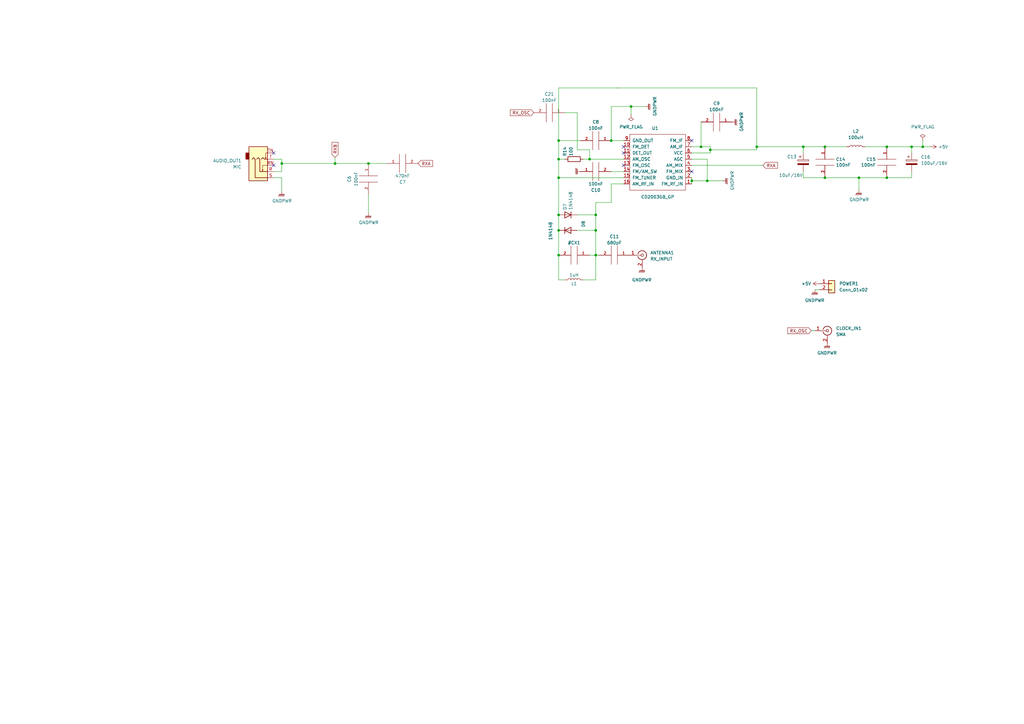
<source format=kicad_sch>
(kicad_sch (version 20211123) (generator eeschema)
  (paper "A3")
  (title_block (title "PDX RX Block - Pi Pico based DIGITAL MODES HF Transceiver") (date "2022-04-20") (rev "v0.01") (company "WB2CBA, VU3CER"))
  (lib_symbols
    (symbol "CD2003 Library:CD2003GB_GP" (pin_names (offset 1.016))
      (property "Reference" "U" (at -12.7 6.35 90))
      (property "Value" "CD2003GB_GP" (at 12.7 5.08 90))
      (symbol "CD2003GB_GP_0_1"
        (rectangle (start -11.43 17.78) (end 11.43 -5.08))
        (circle (center 30.48 22.86) (radius 0.0001))
      )
      (symbol "CD2003GB_GP_1_1"
        (pin input line (at -8.89 -7.62 90) (length 2.54) (name "FM_RF_IN") (number "1"))
        (pin input line (at 6.35 20.32 270) (length 2.54) (name "FM_DET") (number "10"))
        (pin input line (at 3.81 20.32 270) (length 2.54) (name "DET_OUT") (number "11"))
        (pin input line (at 1.27 20.32 270) (length 2.54) (name "AM_OSC") (number "12"))
        (pin input line (at -1.27 20.32 270) (length 2.54) (name "FM_OSC") (number "13"))
        (pin input line (at -3.81 20.32 270) (length 2.54) (name "FM/AM_SW") (number "14"))
        (pin input line (at -6.35 20.32 270) (length 2.54) (name "FM_TUNER") (number "15"))
        (pin input line (at -8.89 20.32 270) (length 2.54) (name "AM_RF_IN") (number "16"))
        (pin input line (at -6.35 -7.62 90) (length 2.54) (name "GND_IN") (number "2"))
        (pin input line (at -3.81 -7.62 90) (length 2.54) (name "FM_MIX") (number "3"))
        (pin input line (at -1.27 -7.62 90) (length 2.54) (name "AM_MIX") (number "4"))
        (pin input line (at 1.27 -7.62 90) (length 2.54) (name "AGC") (number "5"))
        (pin input line (at 3.81 -7.62 90) (length 2.54) (name "VCC") (number "6"))
        (pin input line (at 6.35 -7.62 90) (length 2.54) (name "AM_IF") (number "7"))
        (pin input line (at 8.89 -7.62 90) (length 2.54) (name "FM_IF") (number "8"))
        (pin input line (at 8.89 20.32 270) (length 2.54) (name "GND_OUT") (number "9"))
      )
    )
    (symbol "Connector:AudioJack3_SwitchTR"
      (property "Reference" "J" (at 0 8.89 0))
      (property "Value" "AudioJack3_SwitchTR" (at 0 6.35 0))
      (symbol "AudioJack3_SwitchTR_0_1"
        (rectangle (start -5.08 -5.08) (end -6.35 -7.62) (stroke (width 0.254)) (fill (type outline)))
        (polyline (pts (xy 0.508 -0.254) (xy 0.762 -0.762)))
        (polyline (pts (xy 1.778 -5.334) (xy 2.032 -5.842)))
        (polyline (pts (xy 0 -5.08) (xy 0.635 -5.715) (xy 1.27 -5.08) (xy 2.54 -5.08)) (stroke (width 0.254)))
        (polyline (pts (xy 2.54 -7.62) (xy 1.778 -7.62) (xy 1.778 -5.334) (xy 1.524 -5.842)))
        (polyline (pts (xy 2.54 -2.54) (xy 0.508 -2.54) (xy 0.508 -0.254) (xy 0.254 -0.762)))
        (polyline (pts (xy -1.905 -5.08) (xy -1.27 -5.715) (xy -0.635 -5.08) (xy -0.635 0) (xy 2.54 0)) (stroke (width 0.254)))
        (polyline (pts (xy 2.54 2.54) (xy -2.54 2.54) (xy -2.54 -5.08) (xy -3.175 -5.715) (xy -3.81 -5.08)) (stroke (width 0.254)))
        (rectangle (start 2.54 3.81) (end -5.08 -10.16) (stroke (width 0.254)) (fill (type background)))
      )
      (symbol "AudioJack3_SwitchTR_1_1"
        (pin passive line (at 5.08 0 180) (length 2.54) (name "~") (number "R"))
        (pin passive line (at 5.08 -2.54 180) (length 2.54) (name "~") (number "RN"))
        (pin passive line (at 5.08 2.54 180) (length 2.54) (name "~") (number "S"))
        (pin passive line (at 5.08 -5.08 180) (length 2.54) (name "~") (number "T"))
        (pin passive line (at 5.08 -7.62 180) (length 2.54) (name "~") (number "TN"))
      )
    )
    (symbol "Connector:Conn_Coaxial" (pin_names (offset 1.016) hide)
      (property "Reference" "J" (at 0.254 3.048 0))
      (property "Value" "Conn_Coaxial" (at 2.921 0 90))
      (symbol "Conn_Coaxial_0_1"
        (arc (start -1.778 -0.508) (mid 0.2311 -1.8066) (end 1.778 0) (stroke (width 0.254)))
        (polyline (pts (xy -2.54 0) (xy -0.508 0)))
        (polyline (pts (xy 0 -2.54) (xy 0 -1.778)))
        (circle (center 0 0) (radius 0.508) (stroke (width 0.2032)))
        (arc (start 1.778 0) (mid 0.2099 1.8101) (end -1.778 0.508) (stroke (width 0.254)))
      )
      (symbol "Conn_Coaxial_1_1"
        (pin passive line (at -5.08 0 0) (length 2.54) (name "In") (number "1"))
        (pin passive line (at 0 -5.08 90) (length 2.54) (name "Ext") (number "2"))
      )
    )
    (symbol "Connector_Generic:Conn_01x02" (pin_names (offset 1.016) hide)
      (property "Reference" "J" (at 0 2.54 0))
      (property "Value" "Conn_01x02" (at 0 -5.08 0))
      (symbol "Conn_01x02_1_1"
        (rectangle (start -1.27 -2.413) (end 0 -2.667) (stroke (width 0.1524)))
        (rectangle (start -1.27 0.127) (end 0 -0.127) (stroke (width 0.1524)))
        (rectangle (start -1.27 1.27) (end 1.27 -3.81) (stroke (width 0.254)) (fill (type background)))
        (pin passive line (at -5.08 0 0) (length 3.81) (name "Pin_1") (number "1"))
        (pin passive line (at -5.08 -2.54 0) (length 3.81) (name "Pin_2") (number "2"))
      )
    )
    (symbol "Device:C_Polarized" (pin_numbers hide) (pin_names (offset 0.254))
      (property "Reference" "C" (at 0.635 2.54 0))
      (property "Value" "C_Polarized" (at 0.635 -2.54 0))
      (symbol "C_Polarized_0_1"
        (rectangle (start -2.286 0.508) (end 2.286 1.016))
        (polyline (pts (xy -1.778 2.286) (xy -0.762 2.286)))
        (polyline (pts (xy -1.27 2.794) (xy -1.27 1.778)))
        (rectangle (start 2.286 -0.508) (end -2.286 -1.016) (fill (type outline)))
      )
      (symbol "C_Polarized_1_1"
        (pin passive line (at 0 3.81 270) (length 2.794) (name "~") (number "1"))
        (pin passive line (at 0 -3.81 90) (length 2.794) (name "~") (number "2"))
      )
    )
    (symbol "Device:D" (pin_numbers hide) (pin_names (offset 1.016) hide)
      (property "Reference" "D" (at 0 2.54 0))
      (property "Value" "D" (at 0 -2.54 0))
      (symbol "D_0_1"
        (polyline (pts (xy -1.27 1.27) (xy -1.27 -1.27)) (stroke (width 0.254)))
        (polyline (pts (xy 1.27 0) (xy -1.27 0)))
        (polyline (pts (xy 1.27 1.27) (xy 1.27 -1.27) (xy -1.27 0) (xy 1.27 1.27)) (stroke (width 0.254)))
      )
      (symbol "D_1_1"
        (pin passive line (at -3.81 0 0) (length 2.54) (name "K") (number "1"))
        (pin passive line (at 3.81 0 180) (length 2.54) (name "A") (number "2"))
      )
    )
    (symbol "Device:L" (pin_numbers hide) (pin_names (offset 1.016) hide)
      (property "Reference" "L" (at -1.27 0 90))
      (property "Value" "L" (at 1.905 0 90))
      (symbol "L_0_1"
        (arc (start 0 -2.54) (mid 0.635 -1.905) (end 0 -1.27))
        (arc (start 0 -1.27) (mid 0.635 -0.635) (end 0 0))
        (arc (start 0 0) (mid 0.635 0.635) (end 0 1.27))
        (arc (start 0 1.27) (mid 0.635 1.905) (end 0 2.54))
      )
      (symbol "L_1_1"
        (pin passive line (at 0 3.81 270) (length 1.27) (name "1") (number "1"))
        (pin passive line (at 0 -3.81 90) (length 1.27) (name "2") (number "2"))
      )
    )
    (symbol "Device:R" (pin_numbers hide) (pin_names (offset 0))
      (property "Reference" "R" (at 2.032 0 90))
      (property "Value" "R" (at 0 0 90))
      (symbol "R_0_1"
        (rectangle (start -1.016 -2.54) (end 1.016 2.54) (stroke (width 0.254)))
      )
      (symbol "R_1_1"
        (pin passive line (at 0 3.81 270) (length 1.27) (name "~") (number "1"))
        (pin passive line (at 0 -3.81 90) (length 1.27) (name "~") (number "2"))
      )
    )
    (symbol "power:+5V" (power) (pin_names (offset 0))
      (property "Value" "+5V" (at 0 3.556 0))
      (symbol "+5V_0_1"
        (polyline (pts (xy -0.762 1.27) (xy 0 2.54)))
        (polyline (pts (xy 0 0) (xy 0 2.54)))
        (polyline (pts (xy 0 2.54) (xy 0.762 1.27)))
      )
      (symbol "+5V_1_1"
        (pin power_in line (at 0 0 90) (length 0) hide (name "+5V") (number "1"))
      )
    )
    (symbol "power:GNDPWR" (power) (pin_names (offset 0))
      (property "Value" "GNDPWR" (at 0 -3.302 0))
      (symbol "GNDPWR_0_1"
        (polyline (pts (xy 0 -1.27) (xy 0 0)))
        (polyline (pts (xy -1.016 -1.27) (xy -1.27 -2.032) (xy -1.27 -2.032)) (stroke (width 0.2032)))
        (polyline (pts (xy -0.508 -1.27) (xy -0.762 -2.032) (xy -0.762 -2.032)) (stroke (width 0.2032)))
        (polyline (pts (xy 0 -1.27) (xy -0.254 -2.032) (xy -0.254 -2.032)) (stroke (width 0.2032)))
        (polyline (pts (xy 0.508 -1.27) (xy 0.254 -2.032) (xy 0.254 -2.032)) (stroke (width 0.2032)))
        (polyline (pts (xy 1.016 -1.27) (xy -1.016 -1.27) (xy -1.016 -1.27)) (stroke (width 0.2032)))
        (polyline (pts (xy 1.016 -1.27) (xy 0.762 -2.032) (xy 0.762 -2.032) (xy 0.762 -2.032)) (stroke (width 0.2032)))
      )
      (symbol "GNDPWR_1_1"
        (pin power_in line (at 0 0 270) (length 0) hide (name "GNDPWR") (number "1"))
      )
    )
    (symbol "power:PWR_FLAG" (power) (pin_numbers hide) (pin_names (offset 0) hide)
      (property "Value" "PWR_FLAG" (at 0 3.81 0))
      (symbol "PWR_FLAG_0_0"
        (pin power_out line (at 0 0 90) (length 0) (name "pwr") (number "1"))
      )
      (symbol "PWR_FLAG_0_1"
        (polyline (pts (xy 0 0) (xy 0 1.27) (xy -1.016 1.905) (xy 0 2.54) (xy 1.016 1.905) (xy 0 1.27)))
      )
    )
    (symbol "pspice:CAP" (pin_names (offset 0.254))
      (property "Reference" "C" (at 2.54 3.81 90))
      (property "Value" "CAP" (at 2.54 -3.81 90))
      (symbol "CAP_0_1"
        (polyline (pts (xy -3.81 -1.27) (xy 3.81 -1.27)))
        (polyline (pts (xy -3.81 1.27) (xy 3.81 1.27)))
      )
      (symbol "CAP_1_1"
        (pin passive line (at 0 6.35 270) (length 5.08) (name "~") (number "1"))
        (pin passive line (at 0 -6.35 90) (length 5.08) (name "~") (number "2"))
      )
    )
  )
  (junction (at 241.808 65.278))
  (junction (at 290.068 74.168))
  (junction (at 137.414 67.056))
  (junction (at 378.46 60.198))
  (junction (at 258.826 43.688))
  (junction (at 244.348 104.648))
  (junction (at 250.698 57.658))
  (junction (at 244.348 94.488))
  (junction (at 310.388 60.198))
  (junction (at 229.108 88.138))
  (junction (at 291.338 61.468))
  (junction (at 151.13 67.056))
  (junction (at 329.438 60.198))
  (junction (at 229.108 57.658))
  (junction (at 287.528 60.198))
  (junction (at 363.728 72.898))
  (junction (at 229.108 65.278))
  (junction (at 363.728 60.198))
  (junction (at 244.348 88.138))
  (junction (at 229.108 104.648))
  (junction (at 338.328 72.898))
  (junction (at 352.298 72.898))
  (junction (at 338.328 60.198))
  (junction (at 283.718 74.168))
  (junction (at 373.888 60.198))
  (junction (at 115.57 67.056))
  (junction (at 229.108 94.488))
  (junction (at 229.108 72.898))
  (no_connect (at 112.268 62.738))
  (no_connect (at 112.268 67.818))
  (no_connect (at 283.718 70.358))
  (no_connect (at 283.718 57.658))
  (no_connect (at 255.778 62.738))
  (no_connect (at 255.778 60.198))
  (no_connect (at 255.778 67.818))
  (wire (pts (xy 338.328 72.898) (xy 329.438 72.898)))
  (wire (pts (xy 112.268 65.278) (xy 115.57 65.278)))
  (wire (pts (xy 310.388 60.198) (xy 310.388 61.468)))
  (wire (pts (xy 229.108 104.648) (xy 229.108 94.488)))
  (wire (pts (xy 250.698 83.058) (xy 250.698 75.438)))
  (wire (pts (xy 115.57 72.898) (xy 115.57 78.486)))
  (wire (pts (xy 373.888 72.898) (xy 363.728 72.898)))
  (wire (pts (xy 310.388 61.468) (xy 291.338 61.468)))
  (wire (pts (xy 363.728 60.198) (xy 354.838 60.198)))
  (wire (pts (xy 291.338 60.198) (xy 291.338 61.468)))
  (wire (pts (xy 373.888 60.198) (xy 373.888 62.738)))
  (wire (pts (xy 231.648 114.808) (xy 229.108 114.808)))
  (wire (pts (xy 244.348 104.648) (xy 245.618 104.648)))
  (wire (pts (xy 290.068 65.278) (xy 290.068 74.168)))
  (wire (pts (xy 250.698 43.688) (xy 258.826 43.688)))
  (wire (pts (xy 283.718 62.738) (xy 291.338 62.738)))
  (wire (pts (xy 347.218 60.198) (xy 338.328 60.198)))
  (wire (pts (xy 250.698 70.358) (xy 255.778 70.358)))
  (wire (pts (xy 244.348 94.488) (xy 244.348 88.138)))
  (wire (pts (xy 283.718 60.198) (xy 287.528 60.198)))
  (wire (pts (xy 258.826 43.688) (xy 264.668 43.688)))
  (wire (pts (xy 329.438 60.198) (xy 329.438 62.738)))
  (wire (pts (xy 151.13 79.756) (xy 151.13 87.376)))
  (wire (pts (xy 137.414 64.516) (xy 137.414 67.056)))
  (wire (pts (xy 378.46 60.198) (xy 381.508 60.198)))
  (wire (pts (xy 296.418 74.168) (xy 290.068 74.168)))
  (wire (pts (xy 244.348 88.138) (xy 244.348 83.058)))
  (wire (pts (xy 236.728 94.488) (xy 244.348 94.488)))
  (wire (pts (xy 241.808 104.648) (xy 244.348 104.648)))
  (wire (pts (xy 250.698 57.658) (xy 250.698 43.688)))
  (wire (pts (xy 332.74 135.636) (xy 334.264 135.636)))
  (wire (pts (xy 229.108 88.138) (xy 229.108 72.898)))
  (wire (pts (xy 236.728 46.228) (xy 236.728 61.468)))
  (wire (pts (xy 310.388 60.198) (xy 329.438 60.198)))
  (wire (pts (xy 231.648 46.228) (xy 236.728 46.228)))
  (wire (pts (xy 373.888 60.198) (xy 378.46 60.198)))
  (wire (pts (xy 231.648 65.278) (xy 229.108 65.278)))
  (wire (pts (xy 244.348 104.648) (xy 244.348 114.808)))
  (wire (pts (xy 137.414 67.056) (xy 151.13 67.056)))
  (wire (pts (xy 244.348 83.058) (xy 250.698 83.058)))
  (wire (pts (xy 283.718 67.818) (xy 312.928 67.818)))
  (wire (pts (xy 329.438 72.898) (xy 329.438 70.358)))
  (wire (pts (xy 291.338 61.468) (xy 291.338 62.738)))
  (wire (pts (xy 151.13 67.056) (xy 158.75 67.056)))
  (wire (pts (xy 112.268 70.358) (xy 115.57 70.358)))
  (wire (pts (xy 258.826 43.688) (xy 258.826 46.99)))
  (wire (pts (xy 236.728 61.468) (xy 241.808 61.468)))
  (wire (pts (xy 229.108 72.898) (xy 255.778 72.898)))
  (wire (pts (xy 112.268 72.898) (xy 115.57 72.898)))
  (wire (pts (xy 378.46 57.658) (xy 378.46 60.198)))
  (wire (pts (xy 244.348 104.648) (xy 244.348 94.488)))
  (wire (pts (xy 239.268 114.808) (xy 244.348 114.808)))
  (wire (pts (xy 283.718 75.438) (xy 283.718 74.168)))
  (wire (pts (xy 229.108 36.068) (xy 310.388 36.068)))
  (wire (pts (xy 250.698 75.438) (xy 255.778 75.438)))
  (wire (pts (xy 373.888 70.358) (xy 373.888 72.898)))
  (wire (pts (xy 283.718 65.278) (xy 290.068 65.278)))
  (wire (pts (xy 363.728 60.198) (xy 373.888 60.198)))
  (wire (pts (xy 115.57 65.278) (xy 115.57 67.056)))
  (wire (pts (xy 236.728 88.138) (xy 244.348 88.138)))
  (wire (pts (xy 229.108 57.658) (xy 229.108 36.068)))
  (wire (pts (xy 229.108 57.658) (xy 237.998 57.658)))
  (wire (pts (xy 283.718 74.168) (xy 283.718 72.898)))
  (wire (pts (xy 229.108 94.488) (xy 229.108 88.138)))
  (wire (pts (xy 363.728 72.898) (xy 352.298 72.898)))
  (wire (pts (xy 239.268 65.278) (xy 241.808 65.278)))
  (wire (pts (xy 241.808 65.278) (xy 255.778 65.278)))
  (wire (pts (xy 229.108 104.648) (xy 229.108 114.808)))
  (wire (pts (xy 352.298 72.898) (xy 338.328 72.898)))
  (wire (pts (xy 229.108 65.278) (xy 229.108 57.658)))
  (wire (pts (xy 241.808 61.468) (xy 241.808 65.278)))
  (wire (pts (xy 334.264 118.872) (xy 336.042 118.872)))
  (wire (pts (xy 290.068 74.168) (xy 283.718 74.168)))
  (wire (pts (xy 329.438 60.198) (xy 338.328 60.198)))
  (wire (pts (xy 250.698 57.658) (xy 255.778 57.658)))
  (wire (pts (xy 115.57 67.056) (xy 115.57 70.358)))
  (wire (pts (xy 287.528 50.038) (xy 287.528 60.198)))
  (wire (pts (xy 310.388 36.068) (xy 310.388 60.198)))
  (wire (pts (xy 291.338 60.198) (xy 287.528 60.198)))
  (wire (pts (xy 229.108 72.898) (xy 229.108 65.278)))
  (wire (pts (xy 352.298 77.978) (xy 352.298 72.898)))
  (wire (pts (xy 115.57 67.056) (xy 137.414 67.056)))
  (global_label "RXB" (shape input) (at 137.414 64.516 90) (property "Intersheet References" "${INTERSHEET_REFS}" (effects hide)))
  (global_label "RX_OSC" (shape input) (at 332.74 135.636 180) (property "Intersheet References" "${INTERSHEET_REFS}" (effects hide)))
  (global_label "RXA" (shape input) (at 312.928 67.818 0) (property "Intersheet References" "${INTERSHEET_REFS}" (effects hide)))
  (global_label "RX_OSC" (shape input) (at 218.948 46.228 180) (property "Intersheet References" "${INTERSHEET_REFS}" (effects hide)))
  (global_label "RXA" (shape input) (at 171.45 67.056 0) (property "Intersheet References" "${INTERSHEET_REFS}" (effects hide)))
  (symbol (lib_id "power:GNDPWR") (at 151.13 87.376 0) (unit 1)
    (property "Reference" "#PWR0127" (effects hide))
    (property "Value" "GNDPWR" (at 151.2316 91.2876 0))
  )
  (symbol (lib_id "pspice:CAP") (at 151.13 73.406 0) (unit 1)
    (property "Reference" "C6" (at 143.256 73.406 90))
    (property "Value" "100nF" (at 146.05 73.406 90))
    (property "Footprint" "Capacitor_SMD:C_1206_3216Metric_Pad1.33x1.80mm_HandSolder" (effects hide))
  )
  (symbol (lib_id "pspice:CAP") (at 165.1 67.056 90) (unit 1)
    (property "Reference" "C7" (at 165.1 74.676 90))
    (property "Value" "470nF" (at 165.1 72.136 90))
    (property "Footprint" "Capacitor_SMD:C_1206_3216Metric_Pad1.33x1.80mm_HandSolder" (effects hide))
  )
  (symbol (lib_id "power:GNDPWR") (at 296.418 74.168 90) (unit 1)
    (property "Reference" "#PWR0129" (effects hide))
    (property "Value" "GNDPWR" (at 300.3296 74.0664 0))
  )
  (symbol (lib_id "power:GNDPWR") (at 237.998 70.358 270) (unit 1)
    (property "Reference" "#PWR0131" (effects hide))
    (property "Value" "GNDPWR" (effects hide))
  )
  (symbol (lib_id "power:GNDPWR") (at 264.668 43.688 90) (unit 1)
    (property "Reference" "#PWR0132" (effects hide))
    (property "Value" "GNDPWR" (at 268.5796 43.5864 0))
  )
  (symbol (lib_id "pspice:CAP") (at 244.348 57.658 270) (unit 1)
    (property "Reference" "C8" (at 244.348 50.038 90))
    (property "Value" "100nF" (at 244.348 52.578 90))
    (property "Footprint" "Capacitor_SMD:C_1206_3216Metric_Pad1.33x1.80mm_HandSolder" (effects hide))
  )
  (symbol (lib_id "pspice:CAP") (at 363.728 66.548 0) (mirror y) (unit 1)
    (property "Reference" "C15" (at 359.2068 65.3796 0) (effects (justify left)))
    (property "Value" "100nF" (at 359.2068 67.691 0) (effects (justify left)))
    (property "Footprint" "Capacitor_SMD:C_1206_3216Metric_Pad1.33x1.80mm_HandSolder" (effects hide))
  )
  (symbol (lib_id "pspice:CAP") (at 338.328 66.548 0) (unit 1)
    (property "Reference" "C14" (at 342.8492 65.3796 0) (effects (justify left)))
    (property "Value" "100nF" (at 342.8492 67.691 0) (effects (justify left)))
    (property "Footprint" "Capacitor_SMD:C_1206_3216Metric_Pad1.33x1.80mm_HandSolder" (effects hide))
  )
  (symbol (lib_id "Device:R") (at 235.458 65.278 270) (unit 1)
    (property "Reference" "R14" (at 231.648 60.198 0) (effects (justify left)))
    (property "Value" "100" (at 234.188 60.198 0) (effects (justify left)))
    (property "Footprint" "Resistor_SMD:R_1206_3216Metric_Pad1.30x1.75mm_HandSolder" (effects hide))
  )
  (symbol (lib_id "pspice:CAP") (at 244.348 70.358 90) (unit 1)
    (property "Reference" "C10" (at 244.348 77.978 90))
    (property "Value" "100nF" (at 244.348 75.438 90))
    (property "Footprint" "Capacitor_SMD:C_1206_3216Metric_Pad1.33x1.80mm_HandSolder" (effects hide))
  )
  (symbol (lib_id "power:GNDPWR") (at 352.298 77.978 0) (unit 1)
    (property "Reference" "#PWR0130" (effects hide))
    (property "Value" "GNDPWR" (at 352.3996 81.8896 0))
  )
  (symbol (lib_id "pspice:CAP") (at 225.298 46.228 270) (unit 1)
    (property "Reference" "C21" (at 225.298 38.608 90))
    (property "Value" "100nF" (at 225.298 41.148 90))
    (property "Footprint" "Capacitor_SMD:C_1206_3216Metric_Pad1.33x1.80mm_HandSolder" (effects hide))
  )
  (symbol (lib_id "Device:D") (at 232.918 88.138 180) (unit 1)
    (property "Reference" "D7" (at 231.7496 86.1314 90) (effects (justify right)))
    (property "Value" "1N4148" (at 234.061 86.1314 90) (effects (justify right)))
    (property "Footprint" "Diode_THT:D_DO-35_SOD27_P2.54mm_Vertical_KathodeUp" (effects hide))
  )
  (symbol (lib_id "Device:D") (at 232.918 94.488 0) (unit 1)
    (property "Reference" "D8" (at 239.268 93.218 90) (effects (justify left)))
    (property "Value" "1N4148" (at 225.806 98.552 90) (effects (justify left)))
    (property "Footprint" "Diode_THT:D_DO-35_SOD27_P2.54mm_Vertical_KathodeUp" (effects hide))
  )
  (symbol (lib_id "pspice:CAP") (at 235.458 104.648 270) (unit 1)
    (property "Reference" "#CX1" (at 235.458 99.568 90))
    (property "Value" "  " (at 235.458 99.568 90))
    (property "Footprint" "Capacitor_THT:C_Disc_D3.0mm_W1.6mm_P2.50mm" (effects hide))
  )
  (symbol (lib_id "pspice:CAP") (at 251.968 104.648 270) (unit 1)
    (property "Reference" "C11" (at 251.968 97.028 90))
    (property "Value" "680pF" (at 251.968 99.568 90))
    (property "Footprint" "Capacitor_SMD:C_1206_3216Metric_Pad1.33x1.80mm_HandSolder" (effects hide))
  )
  (symbol (lib_id "pspice:CAP") (at 293.878 50.038 270) (unit 1)
    (property "Reference" "C9" (at 293.878 42.418 90))
    (property "Value" "100nF" (at 293.878 44.958 90))
    (property "Footprint" "Capacitor_SMD:C_1206_3216Metric_Pad1.33x1.80mm_HandSolder" (effects hide))
  )
  (symbol (lib_id "power:GNDPWR") (at 300.228 50.038 90) (unit 1)
    (property "Reference" "#PWR0134" (effects hide))
    (property "Value" "GNDPWR" (at 304.1396 49.9364 0))
  )
  (symbol (lib_id "power:GNDPWR") (at 115.57 78.486 0) (unit 1)
    (property "Reference" "#PWR0128" (effects hide))
    (property "Value" "GNDPWR" (at 115.6716 82.3976 0))
  )
  (symbol (lib_id "power:GNDPWR") (at 339.344 140.716 0) (unit 1)
    (property "Reference" "#PWR03" (effects hide))
    (property "Value" "GNDPWR" (at 339.217 144.78 0))
  )
  (symbol (lib_id "Connector_Generic:Conn_01x02") (at 341.122 116.332 0) (unit 1)
    (property "Reference" "POWER1" (at 344.17 116.3319 0) (effects (justify left)))
    (property "Value" "Conn_01x02" (at 344.17 118.8719 0) (effects (justify left)))
    (property "Footprint" "Connector_PinHeader_2.54mm:PinHeader_1x02_P2.54mm_Vertical" (effects hide))
  )
  (symbol (lib_id "Connector:Conn_Coaxial") (at 339.344 135.636 0) (unit 1)
    (property "Reference" "CLOCK_IN1" (at 342.9 134.6591 0) (effects (justify left)))
    (property "Value" "SMA" (at 342.9 137.1991 0) (effects (justify left)))
    (property "Footprint" "Connector_Coaxial:SMA_Amphenol_901-144_Vertical" (effects hide))
    (property "Datasheet" " ~" (effects hide))
  )
  (symbol (lib_id "power:+5V") (at 381.508 60.198 270) (unit 1)
    (property "Reference" "#PWR0104" (effects hide))
    (property "Value" "+5V" (at 384.81 60.1979 90) (effects (justify left)))
  )
  (symbol (lib_id "power:PWR_FLAG") (at 378.46 57.658 0) (unit 1)
    (property "Reference" "#FLG0101" (effects hide))
    (property "Value" "PWR_FLAG" (at 378.46 52.07 0))
  )
  (symbol (lib_id "Device:L") (at 235.458 114.808 90) (unit 1)
    (property "Reference" "L1" (at 235.458 116.332 90))
    (property "Value" "1uH" (at 235.458 112.776 90))
    (property "Footprint" "Inductor_THT:L_Axial_L5.3mm_D2.2mm_P2.54mm_Vertical_Vishay_IM-1" (effects hide))
  )
  (symbol (lib_id "power:GNDPWR") (at 334.264 118.872 0) (unit 1)
    (property "Reference" "#PWR01" (effects hide))
    (property "Value" "GNDPWR" (at 334.137 123.19 0))
  )
  (symbol (lib_id "power:PWR_FLAG") (at 258.826 46.99 180) (unit 1)
    (property "Reference" "#FLG0102" (effects hide))
    (property "Value" "PWR_FLAG" (at 258.826 52.07 0))
  )
  (symbol (lib_id "Connector:Conn_Coaxial") (at 263.398 104.648 0) (unit 1)
    (property "Reference" "ANTENNA1" (at 266.7 103.6711 0) (effects (justify left)))
    (property "Value" "RX_INPUT" (at 266.7 106.2111 0) (effects (justify left)))
    (property "Footprint" "Connector_Coaxial:SMA_Amphenol_901-144_Vertical" (effects hide))
    (property "Datasheet" " ~" (effects hide))
  )
  (symbol (lib_id "power:+5V") (at 336.042 116.332 90) (unit 1)
    (property "Reference" "#PWR02" (effects hide))
    (property "Value" "+5V" (at 332.74 116.3319 90) (effects (justify left)))
  )
  (symbol (lib_id "Device:L") (at 351.028 60.198 90) (unit 1)
    (property "Reference" "L2" (at 351.028 53.848 90))
    (property "Value" "100uH" (at 351.028 56.388 90))
    (property "Footprint" "Inductor_THT:L_Axial_L5.3mm_D2.2mm_P2.54mm_Vertical_Vishay_IM-1" (effects hide))
  )
  (symbol (lib_id "Device:C_Polarized") (at 373.888 66.548 0) (unit 1)
    (property "Reference" "C16" (at 377.698 64.3889 0) (effects (justify left)))
    (property "Value" "100uF/16V" (at 377.698 66.9289 0) (effects (justify left)))
    (property "Footprint" "Capacitor_THT:CP_Radial_D4.0mm_P2.00mm" (effects hide))
  )
  (symbol (lib_id "CD2003 Library:CD2003GB_GP") (at 276.098 66.548 90) (unit 1)
    (property "Reference" "U1" (at 268.732 52.578 90))
    (property "Value" "CD2003GB_GP" (at 269.748 80.772 90))
    (property "Footprint" "Package_DIP:DIP-16_W7.62mm_Socket" (effects hide))
  )
  (symbol (lib_id "Connector:AudioJack3_SwitchTR") (at 107.188 70.358 0) (mirror x) (unit 1)
    (property "Reference" "AUDIO_OUT1" (at 99.06 65.9129 0) (effects (justify right)))
    (property "Value" "MIC" (at 99.06 68.4529 0) (effects (justify right)))
    (property "Footprint" "footprints:PJ-307" (effects hide))
  )
  (symbol (lib_id "Device:C_Polarized") (at 329.438 66.548 0) (unit 1)
    (property "Reference" "C13" (at 322.834 64.262 0) (effects (justify left)))
    (property "Value" "10uF/16V" (at 319.532 71.882 0) (effects (justify left)))
    (property "Footprint" "Capacitor_THT:CP_Radial_D4.0mm_P2.00mm" (effects hide))
  )
  (symbol (lib_id "power:GNDPWR") (at 263.398 109.728 0) (unit 1)
    (property "Reference" "#PWR0107" (effects hide))
    (property "Value" "GNDPWR" (at 263.271 114.808 0))
  )
)
</source>
